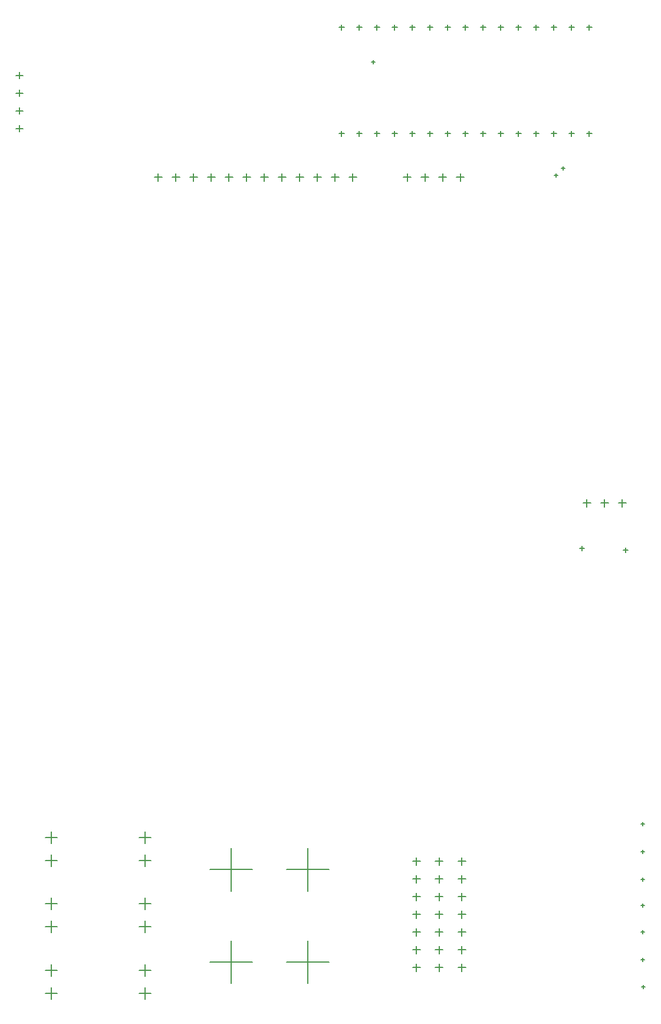
<source format=gbr>
G04*
G04 #@! TF.GenerationSoftware,Altium Limited,Altium Designer,24.1.2 (44)*
G04*
G04 Layer_Color=128*
%FSLAX25Y25*%
%MOIN*%
G70*
G04*
G04 #@! TF.SameCoordinates,A85318EA-E4D8-42E9-B0A6-CF3BD3DAF5E5*
G04*
G04*
G04 #@! TF.FilePolarity,Positive*
G04*
G01*
G75*
%ADD58C,0.00500*%
D58*
X1069843Y630905D02*
X1074173D01*
X1072008Y628740D02*
Y633071D01*
X1059842Y630905D02*
X1064173D01*
X1062008Y628740D02*
Y633071D01*
X1049842Y630905D02*
X1054173D01*
X1052008Y628740D02*
Y633071D01*
X1051807Y839567D02*
X1054807D01*
X1053307Y838067D02*
Y841067D01*
X1041807Y839567D02*
X1044807D01*
X1043307Y838067D02*
Y841067D01*
X1021807Y839567D02*
X1024807D01*
X1023307Y838067D02*
Y841067D01*
X1011807Y839567D02*
X1014807D01*
X1013307Y838067D02*
Y841067D01*
X1031807Y839567D02*
X1034807D01*
X1033307Y838067D02*
Y841067D01*
X1001807Y839567D02*
X1004807D01*
X1003307Y838067D02*
Y841067D01*
X991807Y839567D02*
X994807D01*
X993307Y838067D02*
Y841067D01*
X981807Y839567D02*
X984807D01*
X983307Y838067D02*
Y841067D01*
X971807Y839567D02*
X974807D01*
X973307Y838067D02*
Y841067D01*
X961807Y839567D02*
X964807D01*
X963307Y838067D02*
Y841067D01*
X951807Y839567D02*
X954807D01*
X953307Y838067D02*
Y841067D01*
X941807Y839567D02*
X944807D01*
X943307Y838067D02*
Y841067D01*
X931807Y839567D02*
X934807D01*
X933307Y838067D02*
Y841067D01*
X921807Y839567D02*
X924807D01*
X923307Y838067D02*
Y841067D01*
X1051807Y899567D02*
X1054807D01*
X1053307Y898067D02*
Y901067D01*
X1041807Y899567D02*
X1044807D01*
X1043307Y898067D02*
Y901067D01*
X911807Y839567D02*
X914807D01*
X913307Y838067D02*
Y841067D01*
X911807Y899567D02*
X914807D01*
X913307Y898067D02*
Y901067D01*
X921807Y899567D02*
X924807D01*
X923307Y898067D02*
Y901067D01*
X931807Y899567D02*
X934807D01*
X933307Y898067D02*
Y901067D01*
X941807Y899567D02*
X944807D01*
X943307Y898067D02*
Y901067D01*
X951807Y899567D02*
X954807D01*
X953307Y898067D02*
Y901067D01*
X961807Y899567D02*
X964807D01*
X963307Y898067D02*
Y901067D01*
X971807Y899567D02*
X974807D01*
X973307Y898067D02*
Y901067D01*
X981807Y899567D02*
X984807D01*
X983307Y898067D02*
Y901067D01*
X991807Y899567D02*
X994807D01*
X993307Y898067D02*
Y901067D01*
X1001807Y899567D02*
X1004807D01*
X1003307Y898067D02*
Y901067D01*
X1011807Y899567D02*
X1014807D01*
X1013307Y898067D02*
Y901067D01*
X1021807Y899567D02*
X1024807D01*
X1023307Y898067D02*
Y901067D01*
X1031807Y899567D02*
X1034807D01*
X1033307Y898067D02*
Y901067D01*
X745765Y442078D02*
X752565D01*
X749165Y438678D02*
Y445478D01*
X745765Y429078D02*
X752565D01*
X749165Y425678D02*
Y432478D01*
X798765Y442078D02*
X805565D01*
X802165Y438678D02*
Y445478D01*
X798765Y429078D02*
X805565D01*
X802165Y425678D02*
Y432478D01*
X745765Y404732D02*
X752565D01*
X749165Y401332D02*
Y408132D01*
X745765Y391732D02*
X752565D01*
X749165Y388332D02*
Y395132D01*
X798765Y404732D02*
X805565D01*
X802165Y401332D02*
Y408132D01*
X798765Y391732D02*
X805565D01*
X802165Y388332D02*
Y395132D01*
X838728Y371709D02*
X862941D01*
X850835Y359602D02*
Y383815D01*
X882035Y371709D02*
X906248D01*
X894142Y359602D02*
Y383815D01*
X838780Y423972D02*
X862992D01*
X850886Y411866D02*
Y436079D01*
X882087Y423972D02*
X906299D01*
X894193Y411866D02*
Y436079D01*
X745765Y367126D02*
X752565D01*
X749165Y363726D02*
Y370526D01*
X745765Y354126D02*
X752565D01*
X749165Y350726D02*
Y357526D01*
X798765Y367126D02*
X805565D01*
X802165Y363726D02*
Y370526D01*
X798765Y354126D02*
X805565D01*
X802165Y350726D02*
Y357526D01*
X979134Y428622D02*
X983465D01*
X981299Y426457D02*
Y430787D01*
X979134Y418622D02*
X983465D01*
X981299Y416457D02*
Y420787D01*
X979134Y398622D02*
X983465D01*
X981299Y396457D02*
Y400787D01*
X979134Y378622D02*
X983465D01*
X981299Y376457D02*
Y380787D01*
X979134Y368622D02*
X983465D01*
X981299Y366457D02*
Y370787D01*
X979134Y388622D02*
X983465D01*
X981299Y386457D02*
Y390787D01*
X979134Y408622D02*
X983465D01*
X981299Y406457D02*
Y410787D01*
X966294Y428657D02*
X970625D01*
X968460Y426491D02*
Y430822D01*
X966294Y418657D02*
X970625D01*
X968460Y416492D02*
Y420822D01*
X966294Y398657D02*
X970625D01*
X968460Y396492D02*
Y400822D01*
X966294Y378657D02*
X970625D01*
X968460Y376491D02*
Y380822D01*
X966294Y368657D02*
X970625D01*
X968460Y366492D02*
Y370822D01*
X966294Y388657D02*
X970625D01*
X968460Y386491D02*
Y390822D01*
X966294Y408657D02*
X970625D01*
X968460Y406492D02*
Y410822D01*
X953499Y428657D02*
X957830D01*
X955664Y426491D02*
Y430822D01*
X953499Y418657D02*
X957830D01*
X955664Y416492D02*
Y420822D01*
X953499Y398657D02*
X957830D01*
X955664Y396492D02*
Y400822D01*
X953499Y378657D02*
X957830D01*
X955664Y376491D02*
Y380822D01*
X953499Y368657D02*
X957830D01*
X955664Y366492D02*
Y370822D01*
X953499Y388657D02*
X957830D01*
X955664Y386491D02*
Y390822D01*
X953499Y408657D02*
X957830D01*
X955664Y406492D02*
Y410822D01*
X729331Y872520D02*
X733268D01*
X731299Y870551D02*
Y874488D01*
X729331Y862520D02*
X733268D01*
X731299Y860551D02*
Y864488D01*
X729331Y852520D02*
X733268D01*
X731299Y850551D02*
Y854488D01*
X729331Y842520D02*
X733268D01*
X731299Y840551D02*
Y844488D01*
X807402Y814961D02*
X811732D01*
X809567Y812795D02*
Y817126D01*
X817402Y814961D02*
X821732D01*
X819567Y812795D02*
Y817126D01*
X827402Y814961D02*
X831732D01*
X829567Y812795D02*
Y817126D01*
X847402Y814961D02*
X851732D01*
X849567Y812795D02*
Y817126D01*
X857402Y814961D02*
X861732D01*
X859567Y812795D02*
Y817126D01*
X877402Y814961D02*
X881732D01*
X879567Y812795D02*
Y817126D01*
X897402Y814961D02*
X901732D01*
X899567Y812795D02*
Y817126D01*
X917402Y814961D02*
X921732D01*
X919567Y812795D02*
Y817126D01*
X907402Y814961D02*
X911732D01*
X909567Y812795D02*
Y817126D01*
X887402Y814961D02*
X891732D01*
X889567Y812795D02*
Y817126D01*
X867402Y814961D02*
X871732D01*
X869567Y812795D02*
Y817126D01*
X837402Y814961D02*
X841732D01*
X839567Y812795D02*
Y817126D01*
X968268Y814961D02*
X972598D01*
X970433Y812795D02*
Y817126D01*
X978268Y814961D02*
X982598D01*
X980433Y812795D02*
Y817126D01*
X958268Y814961D02*
X962598D01*
X960433Y812795D02*
Y817126D01*
X948268Y814961D02*
X952598D01*
X950433Y812795D02*
Y817126D01*
X1072419Y604331D02*
X1075219D01*
X1073819Y602931D02*
Y605731D01*
X1047813Y605315D02*
X1050613D01*
X1049213Y603915D02*
Y606715D01*
X1033449Y815945D02*
X1035449D01*
X1034449Y814945D02*
Y816945D01*
X1037386Y819882D02*
X1039386D01*
X1038386Y818882D02*
Y820882D01*
X930102Y879921D02*
X932102D01*
X931102Y878921D02*
Y880921D01*
X1082744Y357806D02*
X1084744D01*
X1083744Y356806D02*
Y358806D01*
X1082661Y373031D02*
X1084661D01*
X1083661Y372031D02*
Y374031D01*
X1082661Y388779D02*
X1084661D01*
X1083661Y387779D02*
Y389779D01*
X1082661Y403543D02*
X1084661D01*
X1083661Y402543D02*
Y404543D01*
X1082661Y418307D02*
X1084661D01*
X1083661Y417307D02*
Y419307D01*
X1082661Y434055D02*
X1084661D01*
X1083661Y433055D02*
Y435055D01*
X1082661Y449803D02*
X1084661D01*
X1083661Y448803D02*
Y450803D01*
M02*

</source>
